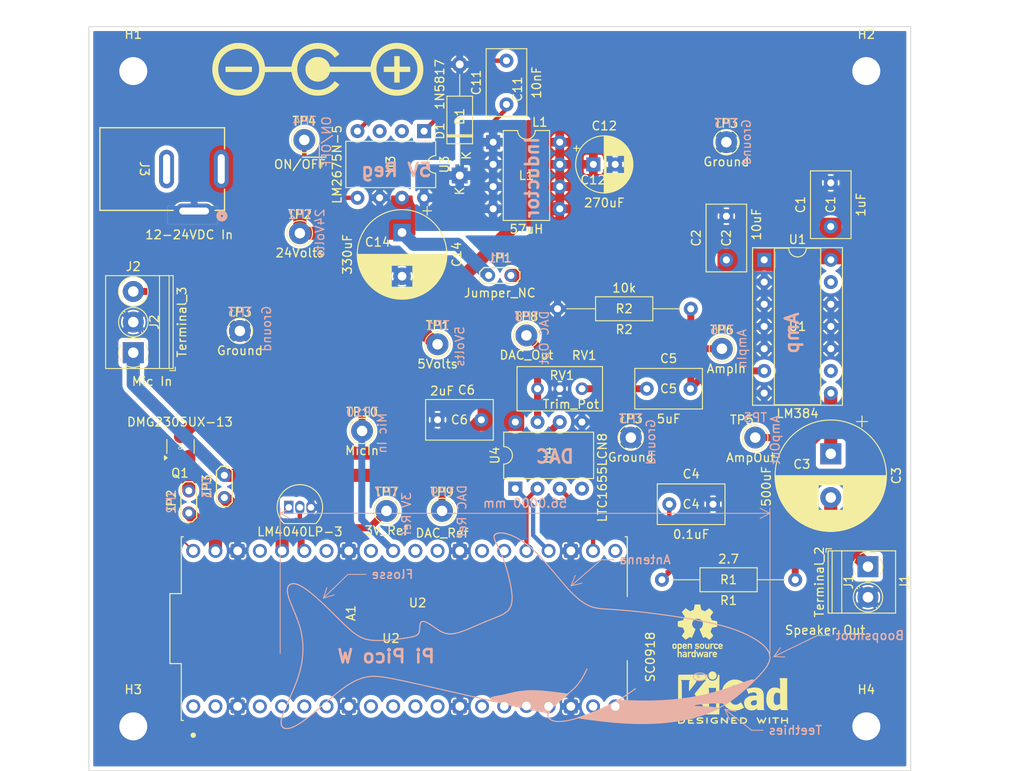
<source format=kicad_pcb>
(kicad_pcb (version 20240108) (generator "pcbnew") (generator_version "8.0")
  (layers (0 "F.Cu" signal) (31 "B.Cu" mixed) (34 "B.Paste" user) (35 "F.Paste" user) (36 "B.SilkS" user "B.Silkscreen") (37 "F.SilkS" user "F.Silkscreen") (38 "B.Mask" user) (39 "F.Mask" user) (44 "Edge.Cuts" user))
  (net 0 "")
  (net 4 "Net-(A1-GP17)")
  (net 8 "Net-(A1-GP18)")
  (net 12 "Net-(A1-ADC_VREF)")
  (net 13 "Net-(A1-VBUS)")
  (net 17 "Net-(A1-VSYS)")
  (net 18 "Net-(A1-3V3_OUT)")
  (net 22 "Net-(A1-GP19)")
  (net 31 "/Adafruit_1713_Microphone/OUTPUT")
  (net 33 "Net-(U1-BYPASS)")
  (net 34 "GND")
  (net 35 "Net-(C4-Pad1)")
  (net 36 "Net-(U1--)")
  (net 37 "VDD")
  (net 38 "Net-(U3-CB)")
  (net 39 "/Power_converter/5VOut")
  (net 40 "/Power_converter/VoltageIn")
  (net 42 "Net-(U3-ON{slash}~{OFF})")
  (net 47 "/Power_converter/VSwitch")
  (net 48 "/AudioOut")
  (net 49 "/SpeakerOut")
  (net 50 "Net-(JP1-B)")
  (net 51 "Net-(C5-Pad1)")
  (net 52 "Net-(JP2-B)")
  (net 53 "Net-(U4-VOUT)")
  (net 54 "Net-(U4-REF)")
  (footprint "TestPoint:TestPoint_THTPad_D2.5mm_Drill1.2mm" (layer "F.Cu") (at 62.992 61.468)
    (property "Reference" "TP3" (at 0 -2.148 -0) (layer "B.SilkS") (effects (justify mirror)))
    (property "Value" "Ground" (at 0 2.25 0) (layer "F.SilkS"))
    (fp_text user "${REFERENCE}" (at 0 -2.15 0) (layer "F.SilkS"))
    (pad "1" thru_hole circle (at 0 0) (size 2.5 2.5) (drill 1.2) (layers "*.Cu" "*.Mask") (net 34 "GND"))
  )
  (footprint "TerminalBlock_Phoenix:TerminalBlock_Phoenix_PT-1,5-3-3.5-H_1x03_P3.50mm_Horizontal" (layer "F.Cu") (at 50.8 63.952 90)
    (property "Reference" "J2" (at 9.85 0 180) (layer "F.SilkS"))
    (property "Value" "Terminal_3" (at 3.5 5.56 90) (layer "F.SilkS"))
    (fp_text user "${REFERENCE}" (at 3.5 2.4 90) (layer "F.SilkS"))
    (pad "1" thru_hole rect (at 0 0 90) (size 2.4 2.4) (drill 1.2) (layers "*.Cu" "*.Mask") (net 37 "VDD"))
    (pad "2" thru_hole circle (at 3.5 0 90) (size 2.4 2.4) (drill 1.2) (layers "*.Cu" "*.Mask") (net 34 "GND"))
    (pad "3" thru_hole circle (at 7 0 90) (size 2.4 2.4) (drill 1.2) (layers "*.Cu" "*.Mask") (net 31 "/Adafruit_1713_Microphone/OUTPUT"))
  )
  (footprint "Resistor_THT:R_Axial_DIN0207_L6.3mm_D2.5mm_P15.24mm_Horizontal" (layer "F.Cu") (at 114.554 58.928 180)
    (property "Reference" "R2" (at 7.62 -2.37 0) (layer "F.SilkS"))
    (property "Value" "10k" (at 7.62 2.37 0) (layer "F.SilkS"))
    (fp_text user "${REFERENCE}" (at 7.62 0 0) (layer "F.SilkS"))
    (pad "1" thru_hole circle (at 0 0 180) (size 1.6 1.6) (drill 0.8) (layers "*.Cu" "*.Mask") (net 36 "Net-(U1--)"))
    (pad "2" thru_hole oval (at 15.24 0 180) (size 1.6 1.6) (drill 0.8) (layers "*.Cu" "*.Mask") (net 34 "GND"))
  )
  (footprint "Raspberry_Pi_Pico_W:MODULE_SC0918" (layer "F.Cu") (at 81.788 95.504 90)
    (property "Reference" "A1" (at 1.778 -6.096 90) (layer "F.SilkS"))
    (property "Value" "SC0918" (at -3.245 28.135 90) (layer "F.SilkS"))
    (pad "1" thru_hole circle (at -8.89 -24.13 90) (size 1.6 1.6) (drill 1) (layers "*.Cu" "*.Mask"))
    (pad "2" thru_hole circle (at -8.89 -21.59 90) (size 1.6 1.6) (drill 1) (layers "*.Cu" "*.Mask"))
    (pad "3" thru_hole roundrect (at -8.89 -19.05 90) (size 1.6 1.6) (drill 1) (layers "*.Cu" "*.Mask") (roundrect_rratio 0.125) (net 34 "GND"))
    (pad "4" thru_hole circle (at -8.89 -16.51 90) (size 1.6 1.6) (drill 1) (layers "*.Cu" "*.Mask"))
    (pad "5" thru_hole circle (at -8.89 -13.97 90) (size 1.6 1.6) (drill 1) (layers "*.Cu" "*.Mask"))
    (pad "6" thru_hole circle (at -8.89 -11.43 90) (size 1.6 1.6) (drill 1) (layers "*.Cu" "*.Mask"))
    (pad "7" thru_hole circle (at -8.89 -8.89 90) (size 1.6 1.6) (drill 1) (layers "*.Cu" "*.Mask"))
    (pad "8" thru_hole roundrect (at -8.89 -6.35 90) (size 1.6 1.6) (drill 1) (layers "*.Cu" "*.Mask") (roundrect_rratio 0.125) (net 34 "GND"))
    (pad "9" thru_hole circle (at -8.89 -3.81 90) (size 1.6 1.6) (drill 1) (layers "*.Cu" "*.Mask"))
    (pad "10" thru_hole circle (at -8.89 -1.27 90) (size 1.6 1.6) (drill 1) (layers "*.Cu" "*.Mask"))
    (pad "11" thru_hole circle (at -8.89 1.27 90) (size 1.6 1.6) (drill 1) (layers "*.Cu" "*.Mask"))
    (pad "12" thru_hole circle (at -8.89 3.81 90) (size 1.6 1.6) (drill 1) (layers "*.Cu" "*.Mask"))
    (pad "13" thru_hole roundrect (at -8.89 6.35 90) (size 1.6 1.6) (drill 1) (layers "*.Cu" "*.Mask") (roundrect_rratio 0.125) (net 34 "GND"))
    (pad "14" thru_hole circle (at -8.89 8.89 90) (size 1.6 1.6) (drill 1) (layers "*.Cu" "*.Mask"))
    (pad "15" thru_hole circle (at -8.89 11.43 90) (size 1.6 1.6) (drill 1) (layers "*.Cu" "*.Mask"))
    (pad "16" thru_hole circle (at -8.848119 13.97 90) (size 1.6 1.6) (drill 1) (layers "*.Cu" "*.Mask"))
    (pad "17" thru_hole circle (at -8.89 16.51 90) (size 1.6 1.6) (drill 1) (layers "*.Cu" "*.Mask"))
    (pad "18" thru_hole roundrect (at -8.89 19.05 90) (size 1.6 1.6) (drill 1) (layers "*.Cu" "*.Mask") (roundrect_rratio 0.125) (net 34 "GND"))
    (pad "19" thru_hole circle (at -8.89 21.59 90) (size 1.6 1.6) (drill 1) (layers "*.Cu" "*.Mask"))
    (pad "20" thru_hole circle (at -8.89 24.13 90) (size 1.6 1.6) (drill 1) (layers "*.Cu" "*.Mask"))
    (pad "21" thru_hole circle (at 8.89 24.13 90) (size 1.6 1.6) (drill 1) (layers "*.Cu" "*.Mask"))
    (pad "22" thru_hole circle (at 8.89 21.59 90) (size 1.6 1.6) (drill 1) (layers "*.Cu" "*.Mask") (net 4 "Net-(A1-GP17)"))
    (pad "23" thru_hole roundrect (at 8.89 19.05 90) (size 1.6 1.6) (drill 1) (layers "*.Cu" "*.Mask") (roundrect_rratio 0.125) (net 34 "GND"))
    (pad "24" thru_hole circle (at 8.89 16.51 90) (size 1.6 1.6) (drill 1) (layers "*.Cu" "*.Mask") (net 8 "Net-(A1-GP18)"))
    (pad "25" thru_hole circle (at 8.89 13.97 90) (size 1.6 1.6) (drill 1) (layers "*.Cu" "*.Mask") (net 22 "Net-(A1-GP19)"))
    (pad "26" thru_hole circle (at 8.89 11.43 90) (size 1.6 1.6) (drill 1) (layers "*.Cu" "*.Mask"))
    (pad "27" thru_hole circle (at 8.89 8.89 90) (size 1.6 1.6) (drill 1) (layers "*.Cu" "*.Mask"))
    (pad "28" thru_hole roundrect (at 8.89 6.35 90) (size 1.6 1.6) (drill 1) (layers "*.Cu" "*.Mask") (roundrect_rratio 0.125) (net 34 "GND"))
    (pad "29" thru_hole circle (at 8.89 3.81 90) (size 1.6 1.6) (drill 1) (layers "*.Cu" "*.Mask"))
    (pad "30" thru_hole circle (at 8.89 1.27 90) (size 1.6 1.6) (drill 1) (layers "*.Cu" "*.Mask"))
    (pad "31" thru_hole circle (at 8.89 -1.27 90) (size 1.6 1.6) (drill 1) (layers "*.Cu" "*.Mask") (net 31 "/Adafruit_1713_Microphone/OUTPUT"))
    (pad "32" thru_hole circle (at 8.89 -3.81 90) (size 1.6 1.6) (drill 1) (layers "*.Cu" "*.Mask"))
    (pad "33" thru_hole roundrect (at 8.89 -6.35 90) (size 1.6 1.6) (drill 1) (layers "*.Cu" "*.Mask") (roundrect_rratio 0.125) (net 34 "GND"))
    (pad "34" thru_hole circle (at 8.89 -8.89 90) (size 1.6 1.6) (drill 1) (layers "*.Cu" "*.Mask"))
    (pad "35" thru_hole circle (at 8.89 -11.43 90) (size 1.6 1.6) (drill 1) (layers "*.Cu" "*.Mask") (net 12 "Net-(A1-ADC_VREF)"))
    (pad "36" thru_hole circle (at 8.89 -13.97 90) (size 1.6 1.6) (drill 1) (layers "*.Cu" "*.Mask") (net 18 "Net-(A1-3V3_OUT)"))
    (pad "37" thru_hole circle (at 8.89 -16.51 90) (size 1.6 1.6) (drill 1) (layers "*.Cu" "*.Mask"))
    (pad "38" thru_hole roundrect (at 8.89 -19.05 90) (size 1.6 1.6) (drill 1) (layers "*.Cu" "*.Mask") (roundrect_rratio 0.125) (net 34 "GND"))
    (pad "39" thru_hole circle (at 8.89 -21.59 90) (size 1.6 1.6) (drill 1) (layers "*.Cu" "*.Mask") (net 17 "Net-(A1-VSYS)"))
    (pad "40" thru_hole circle (at 8.89 -24.13 90) (size 1.6 1.6) (drill 1) (layers "*.Cu" "*.Mask") (net 13 "Net-(A1-VBUS)"))
  )
  (footprint "BarrelJack:CONN3_54-00166_TEN" (layer "F.Cu") (at 60.86 42.952 -90)
    (property "Reference" "J3" (at -0.026 8.79 -90) (layer "F.SilkS"))
    (property "Value" "54-00166")
    (pad "1" thru_hole oval (at 0 0 270) (size 4.4 1.7) (drill oval 3.4 0.8) (layers "*.Cu" "*.Mask") (net 40 "/Power_converter/VoltageIn"))
    (pad "2" thru_hole oval (at 0 6.25 270) (size 4.4 1.7) (drill oval 3.4 0.8) (layers "*.Cu" "*.Mask"))
    (pad "3" thru_hole oval (at 4.8 3.1 270) (size 1.7 4.4) (drill oval 0.8 3.4) (layers "*.Cu" "*.Mask") (net 34 "GND"))
  )
  (footprint "TestPoint:TestPoint_2Pads_Pitch2.54mm_Drill0.8mm" (layer "F.Cu") (at 57.15 82.276 90)
    (property "Reference" "JP2" (at 1.3 -2 -90) (layer "B.SilkS") (effects (justify mirror)))
    (property "Value" "Jumper_NC")
    (fp_text user "${REFERENCE}" (at 1.3 -2 90) (layer "F.SilkS"))
    (pad "1" thru_hole circle (at 0 0 90) (size 1.4 1.4) (drill 0.8) (layers "*.Cu" "*.Mask") (net 17 "Net-(A1-VSYS)"))
    (pad "2" thru_hole circle (at 2.54 0 90) (size 1.4 1.4) (drill 0.8) (layers "*.Cu" "*.Mask") (net 52 "Net-(JP2-B)"))
  )
  (footprint "Capacitor_THT:C_Disc_D7.5mm_W4.4mm_P5.00mm" (layer "F.Cu") (at 118.618 53.34 90)
    (property "Reference" "C2" (at 2.5 -3.45 90) (layer "F.SilkS"))
    (property "Value" "10uF" (at 4.064 3.45 90) (layer "F.SilkS"))
    (fp_text user "${REFERENCE}" (at 2.5 0 90) (layer "F.SilkS"))
    (pad "1" thru_hole circle (at 0 0 90) (size 1.6 1.6) (drill 0.8) (layers "*.Cu" "*.Mask") (net 33 "Net-(U1-BYPASS)"))
    (pad "2" thru_hole circle (at 5 0 90) (size 1.6 1.6) (drill 0.8) (layers "*.Cu" "*.Mask") (net 34 "GND"))
  )
  (footprint "Package_TO_SOT_SMD:SOT-23-3" (layer "F.Cu") (at 56.2 74.676 90)
    (property "Reference" "Q1" (at -3.048 -0.066 180) (layer "F.SilkS"))
    (property "Value" "DMG2305UX-13" (at 2.794 -0.066 180) (layer "F.SilkS"))
    (fp_text user "${REFERENCE}" (at 0 0 90) (layer "F.SilkS") (effects (font (size 0.4 0.4) (thickness 0.06))))
    (pad "1" smd roundrect (at -1.1375 -0.95 90) (size 1.325 0.6) (layers "F.Cu" "F.Paste" "F.Mask") (net 13 "Net-(A1-VBUS)"))
    (pad "2" smd roundrect (at -1.1375 0.95 90) (size 1.325 0.6) (layers "F.Cu" "F.Paste" "F.Mask") (net 52 "Net-(JP2-B)"))
    (pad "3" smd roundrect (at 1.1375 0 90) (size 1.325 0.6) (layers "F.Cu" "F.Paste" "F.Mask") (net 39 "/Power_converter/5VOut"))
  )
  (footprint "TestPoint:TestPoint_THTPad_D2.5mm_Drill1.2mm" (layer "F.Cu") (at 118.11 63.5)
    (property "Reference" "TP6" (at 0 -2.148 -0) (layer "B.SilkS") (effects (justify mirror)))
    (property "Value" "AmpIn" (at 0.508 2.286 0) (layer "F.SilkS"))
    (fp_text user "${REFERENCE}" (at 0 -2.15 0) (layer "F.SilkS"))
    (pad "1" thru_hole circle (at 0 0) (size 2.5 2.5) (drill 1.2) (layers "*.Cu" "*.Mask") (net 36 "Net-(U1--)"))
  )
  (footprint "TestPoint:TestPoint_THTPad_D2.5mm_Drill1.2mm" (layer "F.Cu") (at 121.92 73.66)
    (property "Reference" "TP5" (at 0 -2.286 -0) (layer "B.SilkS") (effects (justify mirror)))
    (property "Value" "AmpOut" (at -0.508 2.286 0) (layer "F.SilkS"))
    (fp_text user "${REFERENCE}" (at -1.524 -2.032 0) (layer "F.SilkS"))
    (pad "1" thru_hole circle (at 0 0) (size 2.5 2.5) (drill 1.2) (layers "*.Cu" "*.Mask") (net 48 "/AudioOut"))
  )
  (footprint "Capacitor_THT:CP_Radial_D10.0mm_P5.00mm" (layer "F.Cu") (at 81.534 50.210323 -90)
    (property "Reference" "C14" (at 2.5 -6.25 90) (layer "F.SilkS"))
    (property "Value" "330uF" (at 2.5 6.25 90) (layer "F.SilkS"))
    (fp_text user "${REFERENCE}" (at 1.097677 2.794 180) (layer "F.SilkS"))
    (pad "1" thru_hole rect (at 0 0 270) (size 2 2) (drill 1) (layers "*.Cu" "*.Mask") (net 40 "/Power_converter/VoltageIn"))
    (pad "2" thru_hole circle (at 5 0 270) (size 2 2) (drill 1) (layers "*.Cu" "*.Mask") (net 34 "GND"))
  )
  (footprint "TestPoint:TestPoint_THTPad_D2.5mm_Drill1.2mm" (layer "F.Cu") (at 85.598 62.992)
    (property "Reference" "TP1" (at 0 -2.148 -0) (layer "B.SilkS") (effects (justify mirror)))
    (property "Value" "5Volts" (at 0 2.25 0) (layer "F.SilkS"))
    (fp_text user "${REFERENCE}" (at 0 -2.15 0) (layer "F.SilkS"))
    (pad "1" thru_hole circle (at 0 0) (size 2.5 2.5) (drill 1.2) (layers "*.Cu" "*.Mask") (net 39 "/Power_converter/5VOut"))
  )
  (footprint "Symbol:KiCad-Logo2_5mm_SilkScreen" (layer "F.Cu") (at 119.38 103.378)
    (property "Reference" "REF**" (hide yes))
    (property "Value" "KiCad-Logo2_5mm_SilkScreen" (hide yes))
  )
  (footprint "MountingHole:MountingHole_3.2mm_M3_Pad" (layer "F.Cu") (at 134.62 106.68)
    (property "Reference" "H4" (at 0 -4.2 0) (layer "F.SilkS"))
    (property "Value" "MountingHole_Pad")
    (pad "1" thru_hole circle (at 0 0) (size 6.4 6.4) (drill 3.2) (layers "*.Cu" "*.Mask") (net 34 "GND"))
  )
  (footprint "TestPoint:TestPoint_2Pads_Pitch2.54mm_Drill0.8mm" (layer "F.Cu") (at 91.44 55.118)
    (property "Reference" "JP1" (at 1.3 -2 -0) (layer "B.SilkS") (effects (justify mirror)))
    (property "Value" "Jumper_NC" (at 1.27 2 0) (layer "F.SilkS"))
    (fp_text user "${REFERENCE}" (at 1.3 -2 0) (layer "F.SilkS"))
    (pad "1" thru_hole circle (at 0 0) (size 1.4 1.4) (drill 0.8) (layers "*.Cu" "*.Mask") (net 40 "/Power_converter/VoltageIn"))
    (pad "2" thru_hole circle (at 2.54 0) (size 1.4 1.4) (drill 0.8) (layers "*.Cu" "*.Mask") (net 50 "Net-(JP1-B)"))
  )
  (footprint "TestPoint:TestPoint_THTPad_D2.5mm_Drill1.2mm" (layer "F.Cu") (at 86.106 82.042)
    (property "Reference" "TP9" (at 0 -2.148 -0) (layer "B.SilkS") (effects (justify mirror)))
    (property "Value" "DAC_Ref" (at 0 2.54 0) (layer "F.SilkS"))
    (fp_text user "${REFERENCE}" (at 0 -2.15 0) (layer "F.SilkS"))
    (pad "1" thru_hole circle (at 0 0) (size 2.5 2.5) (drill 1.2) (layers "*.Cu" "*.Mask") (net 54 "Net-(U4-REF)"))
  )
  (footprint "Potentiometer_THT:Potentiometer_Bourns_3296W_Vertical" (layer "F.Cu") (at 102.108 68.072)
    (property "Reference" "RV1" (at 0.254 -3.81 0) (layer "F.SilkS"))
    (property "Value" "Trim_Pot" (at -1.27 1.778 0) (layer "F.SilkS"))
    (fp_text user "${REFERENCE}" (at -2.286 -1.524 0) (layer "F.SilkS"))
    (pad "1" thru_hole circle (at 0 0) (size 1.44 1.44) (drill 0.8) (layers "*.Cu" "*.Mask") (net 51 "Net-(C5-Pad1)"))
    (pad "2" thru_hole circle (at -2.54 0) (size 1.44 1.44) (drill 0.8) (layers "*.Cu" "*.Mask") (net 34 "GND"))
    (pad "3" thru_hole circle (at -5.08 0) (size 1.44 1.44) (drill 0.8) (layers "*.Cu" "*.Mask") (net 53 "Net-(U4-VOUT)"))
  )
  (footprint "TestPoint:TestPoint_THTPad_D2.5mm_Drill1.2mm" (layer "F.Cu") (at 95.758 61.976)
    (property "Reference" "TP8" (at 0 -2.148 -0) (layer "B.SilkS") (effects (justify mirror)))
    (property "Value" "DAC_Out" (at 0 2.25 0) (layer "F.SilkS"))
    (fp_text user "${REFERENCE}" (at 0 -2.15 0) (layer "F.SilkS"))
    (pad "1" thru_hole circle (at 0 0) (size 2.5 2.5) (drill 1.2) (layers "*.Cu" "*.Mask") (net 53 "Net-(U4-VOUT)"))
  )
  (footprint "Package_DIP:DIP-8_W7.62mm" (layer "F.Cu") (at 94.488 79.502 90)
    (property "Reference" "U4" (at 3.81 -2.33 90) (layer "F.SilkS"))
    (property "Value" "LTC1655LCN8" (at 1.27 9.95 90) (layer "F.SilkS"))
    (fp_text user "${REFERENCE}" (at 3.81 3.81 90) (layer "F.SilkS"))
    (pad "1" thru_hole rect (at 0 0 90) (size 1.6 1.6) (drill 0.8) (layers "*.Cu" "*.Mask") (net 8 "Net-(A1-GP18)"))
    (pad "2" thru_hole oval (at 0 2.54 90) (size 1.6 1.6) (drill 0.8) (layers "*.Cu" "*.Mask") (net 22 "Net-(A1-GP19)"))
    (pad "3" thru_hole oval (at 0 5.08 90) (size 1.6 1.6) (drill 0.8) (layers "*.Cu" "*.Mask") (net 4 "Net-(A1-GP17)"))
    (pad "4" thru_hole oval (at 0 7.62 90) (size 1.6 1.6) (drill 0.8) (layers "*.Cu" "*.Mask"))
    (pad "5" thru_hole oval (at 7.62 7.62 90) (size 1.6 1.6) (drill 0.8) (layers "*.Cu" "*.Mask") (net 34 "GND"))
    (pad "6" thru_hole oval (at 7.62 5.08 90) (size 1.6 1.6) (drill 0.8) (layers "*.Cu" "*.Mask") (net 54 "Net-(U4-REF)"))
    (pad "7" thru_hole oval (at 7.62 2.54 90) (size 1.6 1.6) (drill 0.8) (layers "*.Cu" "*.Mask") (net 53 "Net-(U4-VOUT)"))
    (pad "8" thru_hole oval (at 7.62 0 90) (size 1.6 1.6) (drill 0.8) (layers "*.Cu" "*.Mask") (net 37 "VDD"))
  )
  (footprint "Capacitor_THT:C_Disc_D7.5mm_W4.4mm_P5.00mm" (layer "F.Cu") (at 90.598 71.628 180)
    (property "Reference" "C6" (at 1.698 3.408 0) (layer "F.SilkS"))
    (property "Value" "2uF" (at 4.492 3.302 0) (layer "F.SilkS"))
    (fp_text user "${REFERENCE}" (at 2.5 0 0) (layer "F.SilkS"))
    (pad "1" thru_hole circle (at 0 0 180) (size 1.6 1.6) (drill 0.8) (layers "*.Cu" "*.Mask") (net 37 "VDD"))
    (pad "2" thru_hole circle (at 5 0 180) (size 1.6 1.6) (drill 0.8) (layers "*.Cu" "*.Mask") (net 34 "GND"))
  )
  (footprint "MountingHole:MountingHole_3.2mm_M3_Pad" (layer "F.Cu") (at 134.62 31.75)
    (property "Reference" "H2" (at 0 -4.2 0) (layer "F.SilkS"))
    (property "Value" "MountingHole_Pad")
    (pad "1" thru_hole circle (at 0 0) (size 6.4 6.4) (drill 3.2) (layers "*.Cu" "*.Mask") (net 34 "GND"))
  )
  (footprint "Capacitor_THT:CP_Radial_D6.3mm_P2.50mm" (layer "F.Cu") (at 103.408 42.418)
    (property "Reference" "C12" (at 1.25 -4.4 0) (layer "F.SilkS"))
    (property "Value" "270uF" (at 1.25 4.4 0) (layer "F.SilkS"))
    (fp_text user "${REFERENCE}" (at -0.03 1.778 180) (layer "F.SilkS"))
    (pad "1" thru_hole rect (at 0 0) (size 1.6 1.6) (drill 0.8) (layers "*.Cu" "*.Mask") (net 39 "/Power_converter/5VOut"))
    (pad "2" thru_hole circle (at 2.5 0) (size 1.6 1.6) (drill 0.8) (layers "*.Cu" "*.Mask") (net 34 "GND"))
  )
  (footprint "TestPoint:TestPoint_THTPad_D2.5mm_Drill1.2mm" (layer "F.Cu") (at 76.962 72.898)
    (property "Reference" "TP10" (at 0 -2.148 -0) (layer "B.SilkS") (effects (justify mirror)))
    (property "Value" "MicIn" (at 0 2.25 0) (layer "F.SilkS"))
    (fp_text user "${REFERENCE}" (at 0 -2.15 0) (layer "F.SilkS"))
    (pad "1" thru_hole circle (at 0 0) (size 2.5 2.5) (drill 1.2) (layers "*.Cu" "*.Mask") (net 31 "/Adafruit_1713_Microphone/OUTPUT"))
  )
  (footprint "Symbol:Smolhaj_Scale_0.1" (layer "F.Cu") (at 123.603521 98.829362)
    (property "Reference" "REF**" (hide yes))
    (property "Value" "Smolhaj_Scale_0.1")
  )
  (footprint "Capacitor_THT:CP_Radial_D12.5mm_P5.00mm" (layer "F.Cu") (at 130.556 75.518 -90)
    (property "Reference" "C3" (at 2.5 -7.5 90) (layer "F.SilkS"))
    (property "Value" "500uF" (at 3.73 7.366 90) (layer "F.SilkS"))
    (fp_text user "${REFERENCE}" (at 1.19 3.302 180) (layer "F.SilkS"))
    (pad "1" thru_hole rect (at 0 0 270) (size 2.4 2.4) (drill 1.2) (layers "*.Cu" "*.Mask") (net 48 "/AudioOut"))
    (pad "2" thru_hole circle (at 5 0 270) (size 2.4 2.4) (drill 1.2) (layers "*.Cu" "*.Mask") (net 49 "/SpeakerOut"))
  )
  (footprint "TestPoint:TestPoint_THTPad_D2.5mm_Drill1.2mm" (layer "F.Cu") (at 107.696 73.66)
    (property "Reference" "TP3" (at 0 -2.148 -0) (layer "B.SilkS") (effects (justify mirror)))
    (property "Value" "Ground" (at 0 2.25 0) (layer "F.SilkS"))
    (fp_text user "${REFERENCE}" (at 0 -2.15 0) (layer "F.SilkS"))
    (pad "1" thru_hole circle (at 0 0) (size 2.5 2.5) (drill 1.2) (layers "*.Cu" "*.Mask") (net 34 "GND"))
  )
  (footprint "TestPoint:TestPoint_THTPad_D2.5mm_Drill1.2mm" (layer "F.Cu") (at 79.756 82.042)
    (property "Reference" "TP7" (at 0 -2.148 -0) (layer "B.SilkS") (effects (justify mirror)))
    (property "Value" "3V_Ref" (at 0 2.25 0) (layer "F.SilkS"))
    (fp_text user "${REFERENCE}" (at 0 -2.15 0) (layer "F.SilkS"))
    (pad "1" thru_hole circle (at 0 0) (size 2.5 2.5) (drill 1.2) (layers "*.Cu" "*.Mask") (net 12 "Net-(A1-ADC_VREF)"))
  )
  (footprint "Package_DIP:DIP-8_W7.62mm" (layer "F.Cu") (at 84.054 38.618 -90)
    (property "Reference" "U3" (at 3.81 -2.33 90) (layer "F.SilkS"))
    (property "Value" "LM2675N-5" (at 3.81 9.95 90) (layer "F.SilkS"))
    (fp_text user "${REFERENCE}" (at 3.81 3.81 90) (layer "F.SilkS"))
    (pad "1" thru_hole rect (at 0 0 270) (size 1.6 1.6) (drill 0.8) (layers "*.Cu" "*.Mask") (net 38 "Net-(U3-CB)"))
    (pad "2" thru_hole oval (at 0 2.54 270) (size 1.6 1.6) (drill 0.8) (layers "*.Cu" "*.Mask"))
    (pad "3" thru_hole oval (at 0 5.08 270) (size 1.6 1.6) (drill 0.8) (layers "*.Cu" "*.Mask"))
    (pad "4" thru_hole oval (at 0 7.62 270) (size 1.6 1.6) (drill 0.8) (layers "*.Cu" "*.Mask") (net 39 "/Power_converter/5VOut"))
    (pad "5" thru_hole oval (at 7.62 7.62 270) (size 1.6 1.6) (drill 0.8) (layers "*.Cu" "*.Mask") (net 42 "Net-(U3-ON{slash}~{OFF})"))
    (pad "6" thru_hole oval (at 7.62 5.08 270) (size 1.6 1.6) (drill 0.8) (layers "*.Cu" "*.Mask") (net 34 "GND"))
    (pad "7" thru_hole oval (at 7.62 2.54 270) (size 1.6 1.6) (drill 0.8) (layers "*.Cu" "*.Mask") (net 40 "/Power_converter/VoltageIn"))
    (pad "8" thru_hole oval (at 7.62 0 270) (size 1.6 1.6) (drill 0.8) (layers "*.Cu" "*.Mask") (net 47 "/Power_converter/VSwitch"))
  )
  (footprint "Capacitor_THT:C_Disc_D7.5mm_W4.4mm_P5.00mm" (layer "F.Cu") (at 109.514 68.072)
    (property "Reference" "C5" (at 2.5 -3.45 0) (layer "F.SilkS"))
    (property "Value" "5uF" (at 2.5 3.45 0) (layer "F.SilkS"))
    (fp_text user "${REFERENCE}" (at 2.5 0 0) (layer "F.SilkS"))
    (pad "1" thru_hole circle (at 0 0) (size 1.6 1.6) (drill 0.8) (layers "*.Cu" "*.Mask") (net 51 "Net-(C5-Pad1)"))
    (pad "2" thru_hole circle (at 5 0) (size 1.6 1.6) (drill 0.8) (layers "*.Cu" "*.Mask") (net 36 "Net-(U1--)"))
  )
  (footprint "MountingHole:MountingHole_3.2mm_M3_Pad" (layer "F.Cu") (at 50.8 106.68)
    (property "Reference" "H3" (at 0 -4.2 0) (layer "F.SilkS"))
    (property "Value" "MountingHole_Pad")
    (pad "1" thru_hole circle (at 0 0) (size 6.4 6.4) (drill 3.2) (layers "*.Cu" "*.Mask") (net 34 "GND"))
  )
  (footprint "Diode_THT:D_A-405_P12.70mm_Horizontal" (layer "F.Cu") (at 88.128 43.688 90)
    (property "Reference" "D1" (at 5.08 -2.276 90) (layer "F.SilkS"))
    (property "Value" "1N5817" (at 10.414 -2.276 90) (layer "F.SilkS"))
    (fp_text user "${REFERENCE}" (at 6.74 0 90) (layer "F.SilkS"))
    (fp_text user "K" (at -1.778 0.01 90) (layer "F.SilkS"))
    (fp_text user "K" (at 2.286 0.772 90) (layer "F.SilkS"))
    (pad "1" thru_hole rect (at 0 0 90) (size 1.8 1.8) (drill 0.9) (layers "*.Cu" "*.Mask") (net 47 "/Power_converter/VSwitch"))
    (pad "2" thru_hole oval (at 12.7 0 90) (size 1.8 1.8) (drill 0.9) (layers "*.Cu" "*.Mask") (net 34 "GND"))
  )
  (footprint "Capacitor_THT:C_Disc_D7.5mm_W4.4mm_P5.00mm" (layer "F.Cu") (at 93.472 35.56 90)
    (property "Reference" "C11" (at 2.5 -3.45 90) (layer "F.SilkS"))
    (property "Value" "10nF" (at 2.5 3.45 90) (layer "F.SilkS"))
    (fp_text user "${REFERENCE}" (at 1.738 1.27 90) (layer "F.SilkS"))
    (pad "1" thru_hole circle (at 0 0 90) (size 1.6 1.6) (drill 0.8) (layers "*.Cu" "*.Mask") (net 47 "/Power_converter/VSwitch"))
    (pad "2" thru_hole circle (at 5 0 90) (size 1.6 1.6) (drill 0.8) (layers "*.Cu" "*.Mask") (net 38 "Net-(U3-CB)"))
  )
  (footprint "Package_TO_SOT_THT:TO-92_Inline" (layer "F.Cu") (at 68.58 81.64)
    (property "Reference" "U2" (at 14.732 10.922 0) (layer "F.SilkS"))
    (property "Value" "LM4040LP-3" (at 1.27 2.79 0) (layer "F.SilkS"))
    (fp_text user "${REFERENCE}" (at 11.684 14.986 0) (layer "F.SilkS"))
    (pad "1" thru_hole rect (at 0 0) (size 1.05 1.5) (drill 0.75) (layers "*.Cu" "*.Mask"))
    (pad "2" thru_hole oval (at 1.27 0) (size 1.05 1.5) (drill 0.75) (layers "*.Cu" "*.Mask") (net 12 "Net-(A1-ADC_VREF)"))
    (pad "3" thru_hole oval (at 2.54 0) (size 1.05 1.5) (drill 0.75) (layers "*.Cu" "*.Mask") (net 34 "GND"))
  )
  (footprint "Symbol:Polarity_Center_Positive_6mm_SilkScreen" (layer "F.Cu") (at 71.9 31.55)
    (property "Reference" "REF**" (hide yes))
    (property "Value" "Polarity_Center_Positive_6mm_SilkScreen" (hide yes))
  )
  (footprint "Package_DIP:DIP-14_W7.62mm_Socket" (layer "F.Cu") (at 122.946 53.335)
    (property "Reference" "U1" (at 3.81 -2.33 0) (layer "F.SilkS"))
    (property "Value" "LM384" (at 3.81 17.57 0) (layer "F.SilkS"))
    (fp_text user "${REFERENCE}" (at 3.81 7.62 0) (layer "F.SilkS"))
    (pad "1" thru_hole rect (at 0 0) (size 1.6 1.6) (drill 0.8) (layers "*.Cu" "*.Mask") (net 33 "Net-(U1-BYPASS)"))
    (pad "2" thru_hole oval (at 0 2.54) (size 1.6 1.6) (drill 0.8) (layers "*.Cu" "*.Mask") (net 34 "GND"))
    (pad "3" thru_hole oval (at 0 5.08) (size 1.6 1.6) (drill 0.8) (layers "*.Cu" "*.Mask") (net 34 "GND"))
    (pad "4" thru_hole oval (at 0 7.62) (size 1.6 1.6) (drill 0.8) (layers "*.Cu" "*.Mask") (net 34 "GND"))
    (pad "5" thru_hole oval (at 0 10.16) (size 1.6 1.6) (drill 0.8) (layers "*.Cu" "*.Mask") (net 34 "GND"))
    (pad "6" thru_hole oval (at 0 12.7) (size 1.6 1.6) (drill 0.8) (layers "*.Cu" "*.Mask") (net 36 "Net-(U1--)"))
    (pad "7" thru_hole oval (at 0 15.24) (size 1.6 1.6) (drill 0.8) (layers "*.Cu" "*.Mask") (net 34 "GND"))
    (pad "8" thru_hole oval (at 7.62 15.24) (size 1.6 1.6) (drill 0.8) (layers "*.Cu" "*.Mask") (net 48 "/AudioOut"))
    (pad "9" thru_hole oval (at 7.62 12.7) (size 1.6 1.6) (drill 0.8) (layers "*.Cu" "*.Mask"))
    (pad "10" thru_hole oval (at 7.62 10.16) (size 1.6 1.6) (drill 0.8) (layers "*.Cu" "*.Mask") (net 34 "GND"))
    (pad "11" thru_hole oval (at 7.62 7.62) (size 1.6 1.6) (drill 0.8) (layers "*.Cu" "*.Mask") (net 34 "GND"))
    (pad "12" thru_hole oval (at 7.62 5.08) (size 1.6 1.6) (drill 0.8) (layers "*.Cu" "*.Mask") (net 34 "GND"))
    (pad "13" thru_hole oval (at 7.62 2.54) (size 1.6 1.6) (drill 0.8) (layers "*.Cu" "*.Mask"))
    (pad "14" thru_hole oval (at 7.62 0) (size 1.6 1.6) (drill 0.8) (layers "*.Cu" "*.Mask") (net 50 "Net-(JP1-B)"))
  )
  (footprint "Capacitor_THT:C_Disc_D7.5mm_W4.4mm_P5.00mm" (layer "F.Cu") (at 130.556 49.53 90)
    (property "Reference" "C1" (at 2.5 -3.45 90) (layer "F.SilkS"))
    (property "Value" "1uF" (at 2.5 3.45 90) (layer "F.SilkS"))
    (fp_text user "${REFERENCE}" (at 2.5 0 90) (layer "F.SilkS"))
    (pad "1" thru_hole circle (at 0 0 90) (size 1.6 1.6) (drill 0.8) (layers "*.Cu" "*.Mask") (net 50 "Net-(JP1-B)"))
    (pad "2" thru_hole circle (at 5 0 90) (size 1.6 1.6) (drill 0.8) (layers "*.Cu" "*.Mask") (net 34 "GND"))
  )
  (footprint "Resistor_THT:R_Axial_DIN0207_L6.3mm_D2.5mm_P15.24mm_Horizontal" (layer "F.Cu") (at 126.492 89.916 180)
    (property "Reference" "R1" (at 7.62 -2.37 0) (layer "F.SilkS"))
    (property "Value" "2.7" (at 7.62 2.37 0) (layer "F.SilkS"))
    (fp_text user "${REFERENCE}" (at 7.62 0 0) (layer "F.SilkS"))
    (pad "1" thru_hole circle (at 0 0 180) (size 1.6 1.6) (drill 0.8) (layers "*.Cu" "*.Mask") (net 48 "/AudioOut"))
    (pad "2" thru_hole oval (at 15.24 0 180) (size 1.6 1.6) (drill 0.8) (layers "*.Cu" "*.Mask") (net 35 "Net-(C4-Pad1)"))
  )
  (footprint "TestPoint:TestPoint_THTPad_D2.5mm_Drill1.2mm" (layer "F.Cu") (at 70.358 39.624)
    (property "Reference" "TP4" (at 0 -2.148 -0) (layer "B.SilkS") (effects (justify mirror)))
    (property "Value" "ON/~{OFF}" (at -0.508 2.794 0) (layer "F.SilkS"))
    (fp_text user "${REFERENCE}" (at 0 -2.15 0) (layer "F.SilkS"))
    (pad "1" thru_hole circle (at 0 0) (size 2.5 2.5) (drill 1.2) (layers "*.Cu" "*.Mask") (net 42 "Net-(U3-ON{slash}~{OFF})"))
  )
  (footprint "MountingHole:MountingHole_3.2mm_M3_Pad" (layer "F.Cu") (at 50.8 31.75)
    (property "Reference" "H1" (at 0 -4.2 0) (layer "F.SilkS"))
    (property "Value" "MountingHole_Pad")
    (pad "1" thru_hole circle (at 0 0) (size 6.4 6.4) (drill 3.2) (layers "*.Cu" "*.Mask") (net 34 "GND"))
  )
  (footprint "TerminalBlock_Phoenix:TerminalBlock_Phoenix_PT-1,5-2-3.5-H_1x02_P3.50mm_Horizontal" (layer "F.Cu") (at 134.812 88.42 -90)
    (property "Reference" "J1" (at 1.75 -4.16 90) (layer "F.SilkS"))
    (property "Value" "Terminal_2" (at 1.75 5.56 90) (layer "F.SilkS"))
    (fp_text user "${REFERENCE}" (at 1.75 2.224 90) (layer "F.SilkS"))
    (pad "1" thru_hole rect (at 0 0 270) (size 2.4 2.4) (drill 1.2) (layers "*.Cu" "*.Mask") (net 49 "/SpeakerOut"))
    (pad "2" thru_hole circle (at 3.5 0 270) (size 2.4 2.4) (drill 1.2) (layers "*.Cu" "*.Mask") (net 34 "GND"))
  )
  (footprint "Symbol:OSHW-Logo_5.7x6mm_SilkScreen" (layer "F.Cu") (at 115.316 95.758)
    (property "Reference" "REF**" (hide yes))
    (property "Value" "OSHW-Logo_5.7x6mm_SilkScreen" (hide yes))
  )
  (footprint "TestPoint:TestPoint_2Pads_Pitch2.54mm_Drill0.8mm" (layer "F.Cu") (at 61.214 80.518 90)
    (property "Reference" "JP3" (at 1.3 -2 90) (layer "F.SilkS"))
    (property "Value" "Jumper_NC" (hide yes))
    (fp_text user "${REFERENCE}" (at 1.3 -2 -90) (layer "B.SilkS") (effects (justify mirror)))
    (pad "1" thru_hole circle (at 0 0 90) (size 1.4 1.4) (drill 0.8) (layers "*.Cu" "*.Mask") (net 18 "Net-(A1-3V3_OUT)"))
    (pad "2" thru_hole circle (at 2.54 0 90) (size 1.4 1.4) (drill 0.8) (layers "*.Cu" "*.Mask") (net 37 "VDD"))
  )
  (footprint "Package_DIP:DIP-8_W7.62mm" (layer "F.Cu") (at 91.948 39.878)
    (property "Reference" "L1" (at 5.334 -2.286 0) (layer "F.SilkS"))
    (property "Value" "57uH" (at 3.81 9.95 0) (layer "F.SilkS"))
    (fp_text user "${REFERENCE}" (at 3.81 3.81 0) (layer "F.SilkS"))
    (pad "1" thru_hole rect (at 0 0) (size 1.6 1.6) (drill 0.8) (layers "*.Cu" "*.Mask") (net 47 "/Power_converter/VSwitch"))
    (pad "2" thru_hole oval (at 0 2.54) (size 1.6 1.6) (drill 0.8) (layers "*.Cu" "*.Mask") (net 47 "/Power_converter/VSwitch"))
    (pad "3" thru_hole oval (at 0 5.08) (size 1.6 1.6) (drill 0.8) (layers "*.Cu" "*.Mask") (net 47 "/Power_converter/VSwitch"))
    (pad "4" thru_hole oval (at 0 7.62) (size 1.6 1.6) (drill 0.8) (layers "*.Cu" "*.Mask") (net 47 "/Power_converter/VSwitch"))
    (pad "5" thru_hole oval (at 7.62 7.62) (size 1.6 1.6) (drill 0.8) (layers "*.Cu" "*.Mask") (net 39 "/Power_converter/5VOut"))
    (pad "6" thru_hole oval (at 7.62 5.08) (size 1.6 1.6) (drill 0.8) (layers "*.Cu" "*.Mask") (net 39 "/Power_converter/5VOut"))
    (pad "7" thru_hole oval (at 7.62 2.54) (size 1.6 1.6) (drill 0.8) (layers "*.Cu" "*.Mask") (net 39 "/Power_converter/5VOut"))
    (pad "8" thru_hole oval (at 7.62 0) (size 1.6 1.6) (drill 0.8) (layers "*.Cu" "*.Mask") (net 39 "/Power_converter/5VOut"))
  )
  (footprint "Capacitor_THT:C_Disc_D7.5mm_W4.4mm_P5.00mm" (layer "F.Cu") (at 112.094 81.28)
    (property "Reference" "C4" (at 2.5 -3.45 0) (layer "F.SilkS"))
    (property "Value" "0.1uF" (at 2.5 3.45 0) (layer "F.SilkS"))
    (fp_text user "${REFERENCE}" (at 2.5 0 0) (layer "F.SilkS"))
    (pad "1" thru_hole circle (at 0 0) (size 1.6 1.6) (drill 0.8) (layers "*.Cu" "*.Mask") (net 35 "Net-(C4-Pad1)"))
    (pad "2" thru_hole circle (at 5 0) (size 1.6 1.6) (drill 0.8) (layers "*.Cu" "*.Mask") (net 34 "GND"))
  )
  (footprint "TestPoint:TestPoint_THTPad_D2.5mm_Drill1.2mm" (layer "F.Cu") (at 69.85 50.292)
    (property "Reference" "TP2" (at 0 -2.148 -0) (layer "B.SilkS") (effects (justify mirror)))
    (property "Value" "24Volts" (at 0 2.25 0) (layer "F.SilkS"))
    (fp_text user "${REFERENCE}" (at 0 -2.15 0) (layer "F.SilkS"))
    (pad "1" thru_hole circle (at 0 0) (size 2.5 2.5) (drill 1.2) (layers "*.Cu" "*.Mask") (net 40 "/Power_converter/VoltageIn"))
  )
  (footprint "TestPoint:TestPoint_THTPad_D2.5mm_Drill1.2mm" (layer "F.Cu") (at 118.618 39.878)
    (property "Reference" "TP3" (at 0 -2.148 -0) (layer "B.SilkS") (effects (justify mirror)))
    (property "Value" "Ground" (at 0 2.25 0) (layer "F.SilkS"))
    (fp_text user "${REFERENCE}" (at 0 -2.15 0) (layer "F.SilkS"))
    (pad "1" thru_hole circle (at 0 0) (size 2.5 2.5) (drill 1.2) (layers "*.Cu" "*.Mask") (net 34 "GND"))
  )
  (gr_rect (start 45.72 26.67) (end 139.7 111.76) (stroke (width 0.1)) (fill none) (layer "Edge.Cuts"))
  (gr_text "Ground" (at 66.04 61.214 90) (layer "B.SilkS") (effects (font (size 1 1)) (justify mirror)))
  (gr_text "3V Ref" (at 82.042 82.4 90) (layer "B.SilkS") (effects (font (size 1 1)) (justify mirror)))
  (gr_text "5V Reg" (at 85.09 43.942 0) (layer "B.SilkS") (effects (font (size 1.5 1.5) (thickness 0.3) (bold yes)) (justify left bottom mirror)))
  (gr_text "Amp" (at 127 59.182 90) (layer "B.SilkS") (effects (font (size 1.5 1.5) (thickness 0.3) (bold yes)) (justify left bottom mirror)))
  (gr_text "DAC" (at 101.346 76.708 0) (layer "B.SilkS") (effects (font (size 1.5 1.5) (thickness 0.3) (bold yes)) (justify left bottom mirror)))
  (gr_text "Mic In" (at 79.248 73.152 90) (layer "B.SilkS") (effects (font (size 1 1)) (justify mirror)))
  (gr_text "Inductor" (at 97.282 39.116 90) (layer "B.SilkS") (effects (font (size 1.5 1.5) (thickness 0.3) (bold yes)) (justify left bottom mirror)))
  (gr_text "Ground" (at 109.982 74.168 90) (layer "B.SilkS") (effects (font (size 1 1)) (justify mirror)))
  (gr_text "AmpIn" (at 120.396 63.5 90) (layer "B.SilkS") (effects (font (size 1 1)) (justify mirror)))
  (gr_text "AmpOut" (at 124.206 73.914 90) (layer "B.SilkS") (effects (font (size 1 1)) (justify mirror)))
  (gr_text "DAC Out" (at 97.79 62.23 90) (layer "B.SilkS") (effects (font (size 1 1)) (justify mirror)))
  (gr_text "Ground" (at 120.904 39.878 90) (layer "B.SilkS") (effects (font (size 1 1)) (justify mirror)))
  (gr_text "DAC Ref" (at 88.392 82.1 90) (layer "B.SilkS") (effects (font (size 1 1)) (justify mirror)))
  (gr_text "5Volts" (at 88.138 63.246 90) (layer "B.SilkS") (effects (font (size 1 1)) (justify mirror)))
  (gr_text "Pi Pico W" (at 85.45 99.55 0) (layer "B.SilkS") (effects (font (size 1.5 1.5) (thickness 0.3) (bold yes)) (justify left bottom mirror)))
  (gr_text "24Volts" (at 72.136 50.292 90) (layer "B.SilkS") (effects (font (size 1 1)) (justify mirror)))
  (gr_text "ON/~{OFF}" (at 72.898 39.878 90) (layer "B.SilkS") (effects (font (size 1 1)) (justify mirror)))
  (gr_text "Speaker Out" (at 125.222 96.266 0) (layer "F.SilkS") (effects (font (size 1 1)) (justify left bottom)))
  (gr_text "Mic In" (at 50.546 67.818 0) (layer "F.SilkS") (effects (font (size 1 1)) (justify left bottom)))
  (gr_text "12-24VDC In" (at 52.07 51.054 0) (layer "F.SilkS") (effects (font (size 1 1)) (justify left bottom)))
  (segment (start 99.568 79.502) (end 103.378 83.312) (width 0.5) (layer "F.Cu") (net 4))
  (segment (start 103.378 83.312) (end 103.378 86.614) (width 0.5) (layer "F.Cu") (net 4))
  (segment (start 96.52 84.836) (end 98.298 86.614) (width 0.5) (layer "B.Cu") (net 8))
  (segment (start 94.488 79.502) (end 96.52 81.534) (width 0.5) (layer "B.Cu") (net 8))
  (segment (start 96.52 81.534) (end 96.52 84.836) (width 0.5) (layer "B.Cu") (net 8))
  (segment (start 69.85 81.64) (end 69.85 83.82) (width 0.5) (layer "F.Cu") (net 12))
  (segment (start 69.995 83.965) (end 69.995 86.251) (width 0.8) (layer "F.Cu") (net 12))
  (segment (start 77.833 83.965) (end 69.995 83.965) (width 0.8) (layer "F.Cu") (net 12))
  (segment (start 79.756 82.042) (end 77.833 83.965) (width 0.8) (layer "F.Cu") (net 12))
  (segment (start 69.995 86.251) (end 70.358 86.614) (width 0.8) (layer "F.Cu") (net 12))
  (segment (start 55.372 75.9355) (end 55.372 84.328) (width 0.2) (layer "F.Cu") (net 13))
  (segment (start 55.372 84.328) (end 57.658 86.614) (width 0.2) (layer "F.Cu") (net 13))
  (segment (start 55.25 75.8135) (end 55.372 75.9355) (width 0.2) (layer "F.Cu") (net 13))
  (segment (start 57.15 82.276) (end 60.198 85.324) (width 1.5) (layer "F.Cu") (net 17))
  (segment (start 60.198 85.324) (end 60.198 86.614) (width 1.5) (layer "F.Cu") (net 17))
  (segment (start 67.818 85.09) (end 67.818 86.614) (width 1.5) (layer "F.Cu") (net 18))
  (segment (start 67.056 84.328) (end 65.024 84.328) (width 1.5) (layer "F.Cu") (net 18))
  (segment (start 67.056 84.328) (end 67.818 85.09) (width 1.5) (layer "F.Cu") (net 18))
  (segment (start 65.024 84.328) (end 61.214 80.518) (width 1.5) (layer "F.Cu") (net 18))
  (segment (start 95.758 86.614) (end 95.758 80.772) (width 0.5) (layer "F.Cu") (net 22))
  (segment (start 95.758 80.772) (end 97.028 79.502) (width 0.5) (layer "F.Cu") (net 22))
  (segment (start 76.962 65.024) (end 76.962 72.898) (width 0.8) (layer "F.Cu") (net 31))
  (segment (start 50.8 56.952) (end 68.89 56.952) (width 0.8) (layer "F.Cu") (net 31))
  (segment (start 68.89 56.952) (end 76.962 65.024) (width 0.8) (layer "F.Cu") (net 31))
  (segment (start 76.962 73.152) (end 76.93 73.184) (width 0.8) (layer "B.Cu") (net 31))
  (segment (start 76.93 83.026) (end 80.518 86.614) (width 0.8) (layer "B.Cu") (net 31))
  (segment (start 76.93 73.184) (end 76.93 83.026) (width 0.8) (layer "B.Cu") (net 31))
  (segment (start 118.623 53.335) (end 118.618 53.34) (width 0.5) (layer "F.Cu") (net 33))
  (segment (start 122.946 53.335) (end 118.623 53.335) (width 0.5) (layer "F.Cu") (net 33))
  (segment (start 111.252 89.916) (end 111.76 89.408) (width 0.2) (layer "F.Cu") (net 35))
  (segment (start 112.094 89.074) (end 112.094 81.28) (width 0.5) (layer "F.Cu") (net 35))
  (segment (start 111.252 89.916) (end 112.094 89.074) (width 0.5) (layer "F.Cu") (net 35))
  (segment (start 111.76 89.408) (end 111.76 88.9) (width 0.2) (layer "F.Cu") (net 35))
  (segment (start 114.554 58.928) (end 114.554 63.246) (width 0.8) (layer "F.Cu") (net 36))
  (segment (start 115.062 63.5) (end 114.554 64.008) (width 0.8) (layer "F.Cu") (net 36))
  (segment (start 114.554 64.008) (end 114.554 68.032) (width 0.8) (layer "F.Cu") (net 36))
  (segment (start 114.554 63.246) (end 114.554 64.008) (width 0.8) (layer "F.Cu") (net 36))
  (segment (start 114.554 68.032) (end 114.514 68.072) (width 0.2) (layer "F.Cu") (net 36))
  (segment (start 116.551 66.035) (end 114.514 68.072) (width 0.8) (layer "F.Cu") (net 36))
  (segment (start 118.11 63.5) (end 115.062 63.5) (width 0.8) (layer "F.Cu") (net 36))
  (segment (start 122.946 66.035) (end 116.551 66.035) (width 0.8) (layer "F.Cu") (net 36))
  (segment (start 91.186 70.104) (end 92.202 71.12) (width 0.5) (layer "F.Cu") (net 37))
  (segment (start 91.186 71.04) (end 91.186 70.104) (width 1.5) (layer "F.Cu") (net 37))
  (segment (start 61.214 77.978) (end 84.248 77.978) (width 1.5) (layer "F.Cu") (net 37))
  (segment (start 94.488 71.882) (end 92.202 71.882) (width 0.5) (layer "F.Cu") (net 37))
  (segment (start 84.248 77.978) (end 91.186 71.04) (width 1.5) (layer "F.Cu") (net 37))
  (segment (start 92.202 71.12) (end 92.202 71.882) (width 0.5) (layer "F.Cu") (net 37))
  (segment (start 50.8 67.564) (end 61.214 77.978) (width 1.5) (layer "B.Cu") (net 37))
  (segment (start 50.8 63.952) (end 50.8 67.564) (width 1.5) (layer "B.Cu") (net 37))
  (segment (start 92.112 30.56) (end 84.054 38.618) (width 0.5) (layer "F.Cu") (net 38))
  (segment (start 93.472 30.56) (end 92.112 30.56) (width 0.5) (layer "F.Cu") (net 38))
  (segment (start 82.187141 61.613141) (end 96.302283 47.498) (width 1.5) (layer "F.Cu") (net 39))
  (segment (start 56.2 73.5385) (end 58.8725 70.866) (width 1.5) (layer "F.Cu") (net 39))
  (segment (start 103.408 42.418) (end 103.408 28.996) (width 0.5) (layer "F.Cu") (net 39))
  (segment (start 86.096 28.956) (end 76.434 38.618) (width 0.5) (layer "F.Cu") (net 39))
  (segment (start 85.598 62.992) (end 85.344 62.992) (width 1.5) (layer "F.Cu") (net 39))
  (segment (start 63.754 75.438) (end 79.502 75.438) (width 1.5) (layer "F.Cu") (net 39))
  (segment (start 83.965141 61.613141) (end 82.187141 61.613141) (width 1.5) (layer "F.Cu") (net 39))
  (segment (start 96.302283 47.498) (end 99.568 47.498) (width 1.5) (layer "F.Cu") (net 39))
  (segment (start 58.8725 70.866) (end 59.182 70.866) (width 1.5) (layer "F.Cu") (net 39))
  (segment (start 59.182 70.866) (end 63.754 75.438) (width 1.5) (layer "F.Cu") (net 39))
  (segment (start 103.408 44.958) (end 103.368 44.918) (width 0.5) (layer "F.Cu") (net 39))
  (segment (start 103.368 28.956) (end 86.096 28.956) (width 0.5) (layer "F.Cu") (net 39))
  (segment (start 85.344 62.992) (end 83.965141 61.613141) (width 1.5) (layer "F.Cu") (net 39))
  (segment (start 79.502 75.438) (end 82.187141 72.752859) (width 1.5) (layer "F.Cu") (net 39))
  (segment (start 103.408 28.996) (end 103.368 28.956) (width 0.5) (layer "F.Cu") (net 39))
  (segment (start 82.187141 72.752859) (end 82.187141 61.613141) (width 1.5) (layer "F.Cu") (net 39))
  (segment (start 69.85 46.735797) (end 66.066203 42.952) (width 1.5) (layer "F.Cu") (net 40))
  (segment (start 81.534 46.258) (end 81.514 46.238) (width 0.5) (layer "F.Cu") (net 40))
  (segment (start 69.85 50.292) (end 69.85 46.735797) (width 1.5) (layer "F.Cu") (net 40))
  (segment (start 71.12 50.292) (end 81.452323 50.292) (width 1.5) (layer "F.Cu") (net 40))
  (segment (start 60.86 42.01) (end 60.96 41.91) (width 1.5) (layer "F.Cu") (net 40))
  (segment (start 66.066203 42.952) (end 60.86 42.952) (width 1.5) (layer "F.Cu") (net 40))
  (segment (start 81.452323 50.292) (end 81.534 50.210323) (width 1.5) (layer "F.Cu") (net 40))
  (segment (start 81.534 50.210323) (end 81.534 46.258) (width 0.5) (layer "F.Cu") (net 40))
  (segment (start 82.885677 51.562) (end 81.534 50.210323) (width 1.5) (layer "B.Cu") (net 40))
  (segment (start 91.44 55.118) (end 87.884 51.562) (width 1.5) (layer "B.Cu") (net 40))
  (segment (start 87.884 51.562) (end 82.885677 51.562) (width 1.5) (layer "B.Cu") (net 40))
  (segment (start 81.514 50.190323) (end 81.534 50.210323) (width 0.5) (layer "B.Cu") (net 40))
  (segment (start 74.686 46.238) (end 70.358 41.91) (width 0.5) (layer "F.Cu") (net 42))
  (segment (start 76.434 46.238) (end 74.686 46.238) (width 0.5) (layer "F.Cu") (net 42))
  (segment (start 70.358 41.91) (end 70.358 39.624) (width 0.5) (layer "F.Cu") (net 42))
  (segment (start 93.472 35.56) (end 93.726 35.814) (width 0.5) (layer "F.Cu") (net 47))
  (segment (start 93.726 35.814) (end 91.948 37.592) (width 0.5) (layer "F.Cu") (net 47))
  (segment (start 91.948 37.592) (end 91.948 39.878) (width 0.5) (layer "F.Cu") (net 47))
  (segment (start 129.804 72.908) (end 130.566 72.146) (width 0.2) (layer "F.Cu") (net 48))
  (segment (start 126.492 89.916) (end 126.492 76.2) (width 0.8) (layer "F.Cu") (net 48))
  (segment (start 130.556 68.072) (end 130.566 68.062) (width 0.5) (layer "F.Cu") (net 48))
  (segment (start 121.92 73.66) (end 129.052 73.66) (width 0.8) (layer "F.Cu") (net 48))
  (segment (start 130.556 68.585) (end 130.566 68.575) (width 1.5) (layer "F.Cu") (net 48))
  (segment (start 130.556 72.136) (end 130.556 72.156) (width 0.8) (layer "F.Cu") (net 48))
  (segment (start 129.052 73.66) (end 129.804 72.908) (width 0.2) (layer "F.Cu") (net 48))
  (segment (start 130.556 75.518) (end 130.556 68.585) (width 1.5) (layer "F.Cu") (net 48))
  (segment (start 130.556 72.156) (end 129.804 72.908) (width 0.8) (layer "F.Cu") (net 48))
  (segment (start 130.566 68.062) (end 130.566 68.575) (width 0.5) (layer "F.Cu") (net 48))
  (segment (start 126.492 76.2) (end 130.556 72.136) (width 0.8) (layer "F.Cu") (net 48))
  (segment (start 130.556 84.164) (end 134.812 88.42) (width 1.5) (layer "F.Cu") (net 49))
  (segment (start 130.556 80.518) (end 130.556 84.164) (width 1.5) (layer "F.Cu") (net 49))
  (segment (start 129.846 50.24) (end 110.542 50.24) (width 1.5) (layer "F.Cu") (net 50))
  (segment (start 130.556 49.276) (end 130.556 53.325) (width 0.5) (layer "F.Cu") (net 50))
  (segment (start 130.571 53.34) (end 130.566 53.335) (width 0.5) (layer "F.Cu") (net 50))
  (segment (start 130.556 49.53) (end 129.846 50.24) (width 1.5) (layer "F.Cu") (net 50))
  (segment (start 130.556 53.325) (end 130.566 53.335) (width 0.5) (layer "F.Cu") (net 50))
  (segment (start 110.542 50.24) (end 105.664 55.118) (width 1.5) (layer "F.Cu") (net 50))
  (segment (start 105.664 55.118) (end 93.98 55.118) (width 1.5) (layer "F.Cu") (net 50))
  (segment (start 102.108 68.072) (end 109.514 68.072) (width 0.8) (layer "F.Cu") (net 51))
  (segment (start 57.15 79.756) (end 57.15 75.8135) (width 1.5) (layer "F.Cu") (net 52))
  (segment (start 56.622 79.99) (end 56.642 80.01) (width 0.2) (layer "B.Cu") (net 52))
  (segment (start 97.028 71.882) (end 97.028 63.246) (width 0.8) (layer "F.Cu") (net 53))
  (segment (start 97.028 68.092) (end 97.048 68.072) (width 0.2) (layer "F.Cu") (net 53))
  (segment (start 97.028 71.882) (end 97.028 68.092) (width 0.8) (layer "F.Cu") (net 53))
  (segment (start 97.028 63.246) (end 95.758 61.976) (width 0.8) (layer "F.Cu") (net 53))
  (segment (start 86.106 78.486) (end 86.106 82.042) (width 0.8) (layer "F.Cu") (net 54))
  (segment (start 93.726 77.724) (end 99.568 71.882) (width 0.8) (layer "F.Cu") (net 54))
  (segment (start 86.868 77.724) (end 86.106 78.486) (width 0.8) (layer "F.Cu") (net 54))
  (segment (start 86.868 77.724) (end 93.726 77.724) (width 0.8) (layer "F.Cu") (net 54))
  (zone (net 37) (net_name "VDD") (layer "F.Cu") (name "GroundPlane") (priority 5) (connect_pads yes (clearance 0.5)) (min_thickness 0.25) (fill yes (thermal_gap 0.5) (thermal_bridge_width 0.8))
    (polygon (pts (xy 95.504 72.898) (xy 90.17 72.898) (xy 90.17 69.088) (xy 95.504 69.088)))
  )
  (zone (net 33) (net_name "Net-(U1-BYPASS)") (layer "F.Cu") (name "GroundPlane") (priority 3) (connect_pads yes (clearance 0.5)) (min_thickness 0.25) (fill yes (thermal_gap 0.5) (thermal_bridge_width 1))
    (polygon (pts (xy 124.206 54.61) (xy 124.206 52.07) (xy 117.602 52.07) (xy 117.602 54.61)))
  )
  (zone (net 40) (net_name "/Power_converter/VoltageIn") (layer "F.Cu") (name "GroundPlane") (priority 6) (connect_pads yes (clearance 0.5)) (min_thickness 0.25) (fill yes (thermal_gap 0.5) (thermal_bridge_width 1))
    (polygon (pts (xy 80.01 45.974) (xy 80.01 50.546) (xy 83.058 50.546) (xy 83.058 45.974)))
  )
  (zone (net 39) (net_name "/Power_converter/5VOut") (layer "F.Cu") (name "GroundPlane") (priority 2) (connect_pads (clearance 0.5)) (min_thickness 0.25) (fill yes (thermal_gap 0.3) (thermal_bridge_width 1))
    (polygon (pts (xy 95.748 37.338) (xy 95.748 49.53) (xy 108.448 49.53) (xy 108.448 37.338)))
  )
  (zone (net 50) (net_name "Net-(JP1-B)") (layer "F.Cu") (name "GroundPlane") (priority 4) (connect_pads yes (clearance 0.5)) (min_thickness 0.25) (fill yes (thermal_gap 0.5) (thermal_bridge_width 0.8))
    (polygon (pts (xy 129.286 48.514) (xy 131.826 48.514) (xy 131.826 53.848) (xy 129.286 53.848)))
  )
  (zone (net 40) (net_name "/Power_converter/VoltageIn") (layer "F.Cu") (name "GroundPlane") (priority 7) (connect_pads yes (clearance 0.5)) (min_thickness 0.25) (fill yes (thermal_gap 0.2) (thermal_bridge_width 1))
    (polygon (pts (xy 59.182 40.132) (xy 59.182 45.72) (xy 63.5 45.72) (xy 63.5 40.132)))
  )
  (zone (net 34) (net_name "GND") (layer "B.Cu") (name "GroundPlane") (connect_pads (clearance 0.5)) (min_thickness 0.22) (fill yes (thermal_gap 0.2) (thermal_bridge_width 0.8))
    (polygon (pts (xy 35.814 23.622) (xy 152.654 23.622) (xy 152.4 111.76) (xy 35.56 111.76)))
  )
  (zone (net 34) (net_name "GND") (layer "B.Cu") (name "GroundPlane") (priority 8) (connect_pads yes (clearance 0.5)) (min_thickness 0.25) (fill yes (thermal_gap 0.2) (thermal_bridge_width 1))
    (polygon (pts (xy 60.452 49.276) (xy 60.452 47.1932) (xy 54.737 47.1678) (xy 54.737 49.2506)))
  )
  (zone (net 47) (net_name "/Power_converter/VSwitch") (layer "B.Cu") (name "GroundPlane") (priority 1) (connect_pads (clearance 0.5)) (min_thickness 0.25) (fill yes (thermal_gap 0.3) (thermal_bridge_width 1))
    (polygon (pts (xy 83.048 50.038) (xy 95.748 50.038) (xy 95.748 37.338) (xy 88.128 37.338) (xy 88.128 42.418) (xy 83.048 42.418)))
  )
)
</source>
